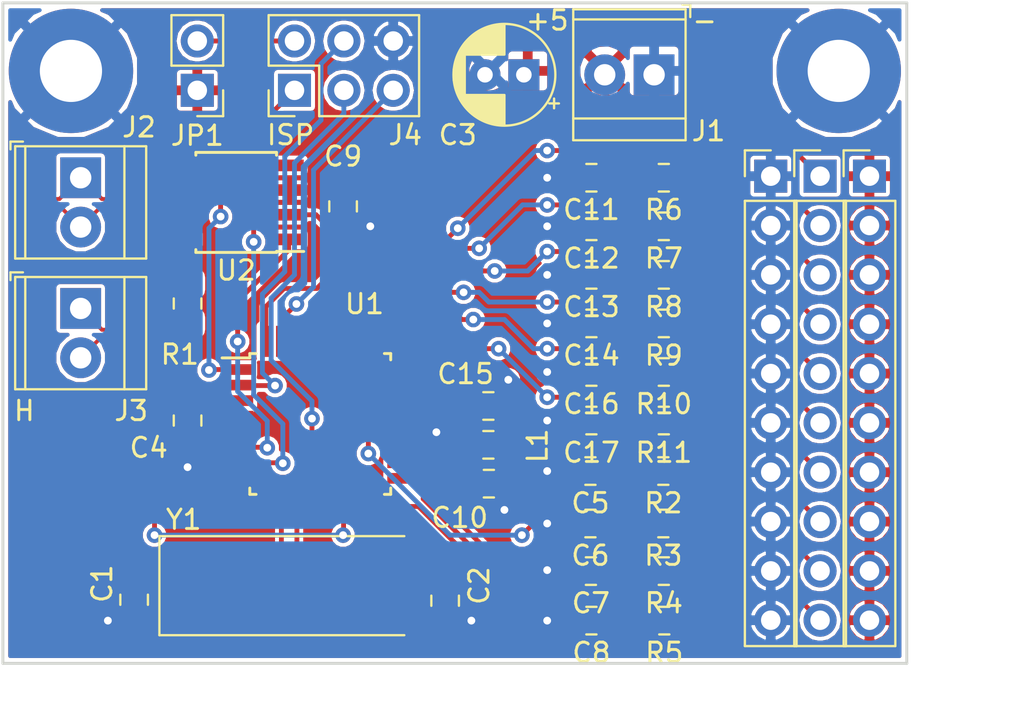
<source format=kicad_pcb>
(kicad_pcb (version 20171130) (host pcbnew 5.0.2+dfsg1-1)
  (layers (0 F.Cu signal) (31 B.Cu signal) (34 B.Paste user) (35 F.Paste user) (36 B.SilkS user) (37 F.SilkS user) (38 B.Mask user) (39 F.Mask user) (44 Edge.Cuts user))
  (net 0 "")
  (net 1 "Net-(C1-Pad1)")
  (net 2 GND)
  (net 3 "Net-(C2-Pad2)")
  (net 4 VCC)
  (net 5 /ADC8)
  (net 6 /ADC9)
  (net 7 /ADC10)
  (net 8 /ADC5)
  (net 9 VAA)
  (net 10 /PCINT15)
  (net 11 /PCINT5)
  (net 12 /PCINT6)
  (net 13 /PCINT16)
  (net 14 /AREF)
  (net 15 /PCINT8)
  (net 16 /PCINT17)
  (net 17 /CAN_N)
  (net 18 /CAN_P)
  (net 19 /ISP_MISO)
  (net 20 "Net-(J4-Pad2)")
  (net 21 /ISP_SCK)
  (net 22 /ISP_MOSI)
  (net 23 /~ISP_RESET)
  (net 24 /AIN0)
  (net 25 /AIN1)
  (net 26 /AIN2)
  (net 27 /AIN3)
  (net 28 /DIN0)
  (net 29 /DIN1)
  (net 30 /DIN2)
  (net 31 /DIN3)
  (net 32 /DIN4)
  (net 33 /DIN5)
  (net 34 /CAN_HISPEED)
  (net 35 "Net-(R1-Pad1)")
  (net 36 /CAN_TXD)
  (net 37 /CAN_RXD)
  (module Capacitor_SMD:C_0805_2012Metric_Pad1.15x1.40mm_HandSolder (layer F.Cu) (at 129.75 92.725 270)
    (fp_text reference C1 (at -0.825 1.65 270) (layer F.SilkS))
    (fp_text value 22p)
    (pad 1 smd roundrect (at -1.025 0 270) (size 1.15 1.4) (layers F.Cu F.Paste F.Mask) (roundrect_rratio 0.217391) (net 1 "Net-(C1-Pad1)"))
    (pad 2 smd roundrect (at 1.025 0 270) (size 1.15 1.4) (layers F.Cu F.Paste F.Mask) (roundrect_rratio 0.217391) (net 2 GND))
  )
  (module Capacitor_SMD:C_0805_2012Metric_Pad1.15x1.40mm_HandSolder (layer F.Cu) (at 145.75 92.775 90)
    (fp_text reference C2 (at 0.775 1.75 90) (layer F.SilkS))
    (fp_text value 22p)
    (pad 1 smd roundrect (at -1.025 0 90) (size 1.15 1.4) (layers F.Cu F.Paste F.Mask) (roundrect_rratio 0.217391) (net 2 GND))
    (pad 2 smd roundrect (at 1.025 0 90) (size 1.15 1.4) (layers F.Cu F.Paste F.Mask) (roundrect_rratio 0.217391) (net 3 "Net-(C2-Pad2)"))
  )
  (module Capacitor_THT:CP_Radial_D5.0mm_P2.00mm (layer F.Cu) (at 149.8 65.7 180)
    (fp_text reference C3 (at 3.4 -3.1 180) (layer F.SilkS))
    (fp_text value 10u)
    (pad 1 thru_hole rect (at 0 0 180) (size 1.6 1.6) (drill 0.8) (layers *.Cu *.Mask) (net 4 VCC))
    (pad 2 thru_hole circle (at 2 0 180) (size 1.6 1.6) (drill 0.8) (layers *.Cu *.Mask) (net 2 GND))
  )
  (module Capacitor_SMD:C_0805_2012Metric_Pad1.15x1.40mm_HandSolder (layer F.Cu) (at 132.5 83.5 270)
    (fp_text reference C4 (at 1.4 2) (layer F.SilkS))
    (fp_text value 100n)
    (pad 1 smd roundrect (at -1.025 0 270) (size 1.15 1.4) (layers F.Cu F.Paste F.Mask) (roundrect_rratio 0.217391) (net 4 VCC))
    (pad 2 smd roundrect (at 1.025 0 270) (size 1.15 1.4) (layers F.Cu F.Paste F.Mask) (roundrect_rratio 0.217391) (net 2 GND))
  )
  (module Capacitor_SMD:C_0805_2012Metric_Pad1.15x1.40mm_HandSolder (layer F.Cu) (at 153.225 86.1 180)
    (fp_text reference C5 (at 0 -1.65 180) (layer F.SilkS))
    (fp_text value 10n)
    (pad 1 smd roundrect (at -1.025 0 180) (size 1.15 1.4) (layers F.Cu F.Paste F.Mask) (roundrect_rratio 0.217391) (net 7 /ADC10))
    (pad 2 smd roundrect (at 1.025 0 180) (size 1.15 1.4) (layers F.Cu F.Paste F.Mask) (roundrect_rratio 0.217391) (net 2 GND))
  )
  (module Capacitor_SMD:C_0805_2012Metric_Pad1.15x1.40mm_HandSolder (layer F.Cu) (at 153.225 88.8 180)
    (fp_text reference C6 (at 0 -1.65 180) (layer F.SilkS))
    (fp_text value 10n)
    (pad 1 smd roundrect (at -1.025 0 180) (size 1.15 1.4) (layers F.Cu F.Paste F.Mask) (roundrect_rratio 0.217391) (net 6 /ADC9))
    (pad 2 smd roundrect (at 1.025 0 180) (size 1.15 1.4) (layers F.Cu F.Paste F.Mask) (roundrect_rratio 0.217391) (net 2 GND))
  )
  (module Capacitor_SMD:C_0805_2012Metric_Pad1.15x1.40mm_HandSolder (layer F.Cu) (at 153.25 91.25 180)
    (fp_text reference C7 (at 0 -1.65 180) (layer F.SilkS))
    (fp_text value 10n)
    (pad 1 smd roundrect (at -1.025 0 180) (size 1.15 1.4) (layers F.Cu F.Paste F.Mask) (roundrect_rratio 0.217391) (net 5 /ADC8))
    (pad 2 smd roundrect (at 1.025 0 180) (size 1.15 1.4) (layers F.Cu F.Paste F.Mask) (roundrect_rratio 0.217391) (net 2 GND))
  )
  (module Capacitor_SMD:C_0805_2012Metric_Pad1.15x1.40mm_HandSolder (layer F.Cu) (at 153.275 93.8 180)
    (fp_text reference C8 (at 0 -1.65 180) (layer F.SilkS))
    (fp_text value 10n)
    (pad 2 smd roundrect (at 1.025 0 180) (size 1.15 1.4) (layers F.Cu F.Paste F.Mask) (roundrect_rratio 0.217391) (net 2 GND))
    (pad 1 smd roundrect (at -1.025 0 180) (size 1.15 1.4) (layers F.Cu F.Paste F.Mask) (roundrect_rratio 0.217391) (net 8 /ADC5))
  )
  (module Capacitor_SMD:C_0805_2012Metric_Pad1.15x1.40mm_HandSolder (layer F.Cu) (at 140.5 72.475 270)
    (fp_text reference C9 (at -2.575 0) (layer F.SilkS))
    (fp_text value 100n)
    (pad 2 smd roundrect (at 1.025 0 270) (size 1.15 1.4) (layers F.Cu F.Paste F.Mask) (roundrect_rratio 0.217391) (net 2 GND))
    (pad 1 smd roundrect (at -1.025 0 270) (size 1.15 1.4) (layers F.Cu F.Paste F.Mask) (roundrect_rratio 0.217391) (net 4 VCC))
  )
  (module Capacitor_SMD:C_0805_2012Metric_Pad1.15x1.40mm_HandSolder (layer F.Cu) (at 148 86.75)
    (fp_text reference C10 (at -1.5 1.75) (layer F.SilkS))
    (fp_text value 100n)
    (pad 1 smd roundrect (at -1.025 0) (size 1.15 1.4) (layers F.Cu F.Paste F.Mask) (roundrect_rratio 0.217391) (net 9 VAA))
    (pad 2 smd roundrect (at 1.025 0) (size 1.15 1.4) (layers F.Cu F.Paste F.Mask) (roundrect_rratio 0.217391) (net 2 GND))
  )
  (module Capacitor_SMD:C_0805_2012Metric_Pad1.15x1.40mm_HandSolder (layer F.Cu) (at 153.275 71 180)
    (fp_text reference C11 (at 0 -1.65 180) (layer F.SilkS))
    (fp_text value 10n)
    (pad 2 smd roundrect (at 1.025 0 180) (size 1.15 1.4) (layers F.Cu F.Paste F.Mask) (roundrect_rratio 0.217391) (net 2 GND))
    (pad 1 smd roundrect (at -1.025 0 180) (size 1.15 1.4) (layers F.Cu F.Paste F.Mask) (roundrect_rratio 0.217391) (net 16 /PCINT17))
  )
  (module Capacitor_SMD:C_0805_2012Metric_Pad1.15x1.40mm_HandSolder (layer F.Cu) (at 153.275 73.5 180)
    (fp_text reference C12 (at 0 -1.65 180) (layer F.SilkS))
    (fp_text value 10n)
    (pad 2 smd roundrect (at 1.025 0 180) (size 1.15 1.4) (layers F.Cu F.Paste F.Mask) (roundrect_rratio 0.217391) (net 2 GND))
    (pad 1 smd roundrect (at -1.025 0 180) (size 1.15 1.4) (layers F.Cu F.Paste F.Mask) (roundrect_rratio 0.217391) (net 15 /PCINT8))
  )
  (module Capacitor_SMD:C_0805_2012Metric_Pad1.15x1.40mm_HandSolder (layer F.Cu) (at 153.275 76 180)
    (fp_text reference C13 (at 0 -1.65 180) (layer F.SilkS))
    (fp_text value 10n)
    (pad 2 smd roundrect (at 1.025 0 180) (size 1.15 1.4) (layers F.Cu F.Paste F.Mask) (roundrect_rratio 0.217391) (net 2 GND))
    (pad 1 smd roundrect (at -1.025 0 180) (size 1.15 1.4) (layers F.Cu F.Paste F.Mask) (roundrect_rratio 0.217391) (net 13 /PCINT16))
  )
  (module Capacitor_SMD:C_0805_2012Metric_Pad1.15x1.40mm_HandSolder (layer F.Cu) (at 153.275 78.5 180)
    (fp_text reference C14 (at 0 -1.65 180) (layer F.SilkS))
    (fp_text value 10n)
    (pad 2 smd roundrect (at 1.025 0 180) (size 1.15 1.4) (layers F.Cu F.Paste F.Mask) (roundrect_rratio 0.217391) (net 2 GND))
    (pad 1 smd roundrect (at -1.025 0 180) (size 1.15 1.4) (layers F.Cu F.Paste F.Mask) (roundrect_rratio 0.217391) (net 12 /PCINT6))
  )
  (module Capacitor_SMD:C_0805_2012Metric_Pad1.15x1.40mm_HandSolder (layer F.Cu) (at 147.975 82.75)
    (fp_text reference C15 (at -1.175 -1.65) (layer F.SilkS))
    (fp_text value 100n/0R)
    (pad 1 smd roundrect (at -1.025 0) (size 1.15 1.4) (layers F.Cu F.Paste F.Mask) (roundrect_rratio 0.217391) (net 14 /AREF))
    (pad 2 smd roundrect (at 1.025 0) (size 1.15 1.4) (layers F.Cu F.Paste F.Mask) (roundrect_rratio 0.217391) (net 2 GND))
  )
  (module Capacitor_SMD:C_0805_2012Metric_Pad1.15x1.40mm_HandSolder (layer F.Cu) (at 153.275 81 180)
    (fp_text reference C16 (at 0 -1.65 180) (layer F.SilkS))
    (fp_text value 10n)
    (pad 2 smd roundrect (at 1.025 0 180) (size 1.15 1.4) (layers F.Cu F.Paste F.Mask) (roundrect_rratio 0.217391) (net 2 GND))
    (pad 1 smd roundrect (at -1.025 0 180) (size 1.15 1.4) (layers F.Cu F.Paste F.Mask) (roundrect_rratio 0.217391) (net 11 /PCINT5))
  )
  (module Capacitor_SMD:C_0805_2012Metric_Pad1.15x1.40mm_HandSolder (layer F.Cu) (at 153.275 83.5 180)
    (fp_text reference C17 (at 0 -1.65 180) (layer F.SilkS))
    (fp_text value 10n)
    (pad 2 smd roundrect (at 1.025 0 180) (size 1.15 1.4) (layers F.Cu F.Paste F.Mask) (roundrect_rratio 0.217391) (net 2 GND))
    (pad 1 smd roundrect (at -1.025 0 180) (size 1.15 1.4) (layers F.Cu F.Paste F.Mask) (roundrect_rratio 0.217391) (net 10 /PCINT15))
  )
  (module TerminalBlock_TE-Connectivity:TerminalBlock_TE_282834-2_1x02_P2.54mm_Horizontal (layer F.Cu) (at 156.5 65.7 180)
    (fp_text reference J1 (at -2.8 -2.9 180) (layer F.SilkS))
    (fp_text value 5V)
    (pad 1 thru_hole rect (at 0 0 180) (size 2.1 2.1) (drill 1.1) (layers *.Cu *.Mask) (net 2 GND))
    (pad 2 thru_hole circle (at 2.54 0 180) (size 2.1 2.1) (drill 1.1) (layers *.Cu *.Mask) (net 4 VCC))
  )
  (module TerminalBlock_TE-Connectivity:TerminalBlock_TE_282834-2_1x02_P2.54mm_Horizontal (layer F.Cu) (at 127 71 270)
    (fp_text reference J2 (at -2.6 -3) (layer F.SilkS))
    (fp_text value "CAN IN")
    (pad 1 thru_hole rect (at 0 0 270) (size 2.1 2.1) (drill 1.1) (layers *.Cu *.Mask) (net 17 /CAN_N))
    (pad 2 thru_hole circle (at 2.54 0 270) (size 2.1 2.1) (drill 1.1) (layers *.Cu *.Mask) (net 18 /CAN_P))
  )
  (module TerminalBlock_TE-Connectivity:TerminalBlock_TE_282834-2_1x02_P2.54mm_Horizontal (layer F.Cu) (at 127 77.73 270)
    (fp_text reference J3 (at 5.27 -2.6) (layer F.SilkS))
    (fp_text value "CAN OUT")
    (pad 2 thru_hole circle (at 2.54 0 270) (size 2.1 2.1) (drill 1.1) (layers *.Cu *.Mask) (net 18 /CAN_P))
    (pad 1 thru_hole rect (at 0 0 270) (size 2.1 2.1) (drill 1.1) (layers *.Cu *.Mask) (net 17 /CAN_N))
  )
  (module Connector_PinHeader_2.54mm:PinHeader_2x03_P2.54mm_Vertical (layer F.Cu) (at 138 66.5 90)
    (fp_text reference J4 (at -2.3 5.7 180) (layer F.SilkS))
    (fp_text value AVR-ISP-6)
    (pad 1 thru_hole rect (at 0 0 90) (size 1.7 1.7) (drill 1) (layers *.Cu *.Mask) (net 19 /ISP_MISO))
    (pad 2 thru_hole oval (at 2.54 0 90) (size 1.7 1.7) (drill 1) (layers *.Cu *.Mask) (net 20 "Net-(J4-Pad2)"))
    (pad 3 thru_hole oval (at 0 2.54 90) (size 1.7 1.7) (drill 1) (layers *.Cu *.Mask) (net 21 /ISP_SCK))
    (pad 4 thru_hole oval (at 2.54 2.54 90) (size 1.7 1.7) (drill 1) (layers *.Cu *.Mask) (net 22 /ISP_MOSI))
    (pad 5 thru_hole oval (at 0 5.08 90) (size 1.7 1.7) (drill 1) (layers *.Cu *.Mask) (net 23 /~ISP_RESET))
    (pad 6 thru_hole oval (at 2.54 5.08 90) (size 1.7 1.7) (drill 1) (layers *.Cu *.Mask) (net 2 GND))
  )
  (module Connector_PinHeader_2.54mm:PinHeader_1x02_P2.54mm_Vertical (layer F.Cu) (at 133 66.5 180)
    (fp_text reference JP1 (at 0 -2.33 180) (layer F.SilkS))
    (fp_text value "ISP POWER")
    (pad 1 thru_hole rect (at 0 0 180) (size 1.7 1.7) (drill 1) (layers *.Cu *.Mask) (net 4 VCC))
    (pad 2 thru_hole oval (at 0 2.54 180) (size 1.7 1.7) (drill 1) (layers *.Cu *.Mask) (net 20 "Net-(J4-Pad2)"))
  )
  (module Inductor_SMD:L_0805_2012Metric_Pad1.15x1.40mm_HandSolder (layer F.Cu) (at 147.975 84.75 180)
    (fp_text reference L1 (at -2.525 -0.05 270) (layer F.SilkS))
    (fp_text value 10u)
    (pad 1 smd roundrect (at -1.025 0 180) (size 1.15 1.4) (layers F.Cu F.Paste F.Mask) (roundrect_rratio 0.217391) (net 4 VCC))
    (pad 2 smd roundrect (at 1.025 0 180) (size 1.15 1.4) (layers F.Cu F.Paste F.Mask) (roundrect_rratio 0.217391) (net 9 VAA))
  )
  (module Resistor_SMD:R_0805_2012Metric_Pad1.15x1.40mm_HandSolder (layer F.Cu) (at 132.5 77.475 270)
    (fp_text reference R1 (at 2.625 0.4) (layer F.SilkS))
    (fp_text value 0)
    (pad 2 smd roundrect (at 1.025 0 270) (size 1.15 1.4) (layers F.Cu F.Paste F.Mask) (roundrect_rratio 0.217391) (net 34 /CAN_HISPEED))
    (pad 1 smd roundrect (at -1.025 0 270) (size 1.15 1.4) (layers F.Cu F.Paste F.Mask) (roundrect_rratio 0.217391) (net 35 "Net-(R1-Pad1)"))
  )
  (module Resistor_SMD:R_0805_2012Metric_Pad1.15x1.40mm_HandSolder (layer F.Cu) (at 156.975 86.1 180)
    (fp_text reference R2 (at 0 -1.65 180) (layer F.SilkS))
    (fp_text value 0)
    (pad 2 smd roundrect (at 1.025 0 180) (size 1.15 1.4) (layers F.Cu F.Paste F.Mask) (roundrect_rratio 0.217391) (net 7 /ADC10))
    (pad 1 smd roundrect (at -1.025 0 180) (size 1.15 1.4) (layers F.Cu F.Paste F.Mask) (roundrect_rratio 0.217391) (net 24 /AIN0))
  )
  (module Resistor_SMD:R_0805_2012Metric_Pad1.15x1.40mm_HandSolder (layer F.Cu) (at 156.975 88.8 180)
    (fp_text reference R3 (at 0 -1.65 180) (layer F.SilkS))
    (fp_text value 0)
    (pad 2 smd roundrect (at 1.025 0 180) (size 1.15 1.4) (layers F.Cu F.Paste F.Mask) (roundrect_rratio 0.217391) (net 6 /ADC9))
    (pad 1 smd roundrect (at -1.025 0 180) (size 1.15 1.4) (layers F.Cu F.Paste F.Mask) (roundrect_rratio 0.217391) (net 25 /AIN1))
  )
  (module Resistor_SMD:R_0805_2012Metric_Pad1.15x1.40mm_HandSolder (layer F.Cu) (at 157 91.25 180)
    (fp_text reference R4 (at 0 -1.65 180) (layer F.SilkS))
    (fp_text value 0)
    (pad 1 smd roundrect (at -1.025 0 180) (size 1.15 1.4) (layers F.Cu F.Paste F.Mask) (roundrect_rratio 0.217391) (net 26 /AIN2))
    (pad 2 smd roundrect (at 1.025 0 180) (size 1.15 1.4) (layers F.Cu F.Paste F.Mask) (roundrect_rratio 0.217391) (net 5 /ADC8))
  )
  (module Resistor_SMD:R_0805_2012Metric_Pad1.15x1.40mm_HandSolder (layer F.Cu) (at 157.025 93.8 180)
    (fp_text reference R5 (at 0 -1.65 180) (layer F.SilkS))
    (fp_text value 0)
    (pad 1 smd roundrect (at -1.025 0 180) (size 1.15 1.4) (layers F.Cu F.Paste F.Mask) (roundrect_rratio 0.217391) (net 27 /AIN3))
    (pad 2 smd roundrect (at 1.025 0 180) (size 1.15 1.4) (layers F.Cu F.Paste F.Mask) (roundrect_rratio 0.217391) (net 8 /ADC5))
  )
  (module Resistor_SMD:R_0805_2012Metric_Pad1.15x1.40mm_HandSolder (layer F.Cu) (at 157 71 180)
    (fp_text reference R6 (at 0 -1.65 180) (layer F.SilkS))
    (fp_text value 0)
    (pad 1 smd roundrect (at -1.025 0 180) (size 1.15 1.4) (layers F.Cu F.Paste F.Mask) (roundrect_rratio 0.217391) (net 28 /DIN0))
    (pad 2 smd roundrect (at 1.025 0 180) (size 1.15 1.4) (layers F.Cu F.Paste F.Mask) (roundrect_rratio 0.217391) (net 16 /PCINT17))
  )
  (module Resistor_SMD:R_0805_2012Metric_Pad1.15x1.40mm_HandSolder (layer F.Cu) (at 157 73.5 180)
    (fp_text reference R7 (at 0 -1.65 180) (layer F.SilkS))
    (fp_text value 0)
    (pad 1 smd roundrect (at -1.025 0 180) (size 1.15 1.4) (layers F.Cu F.Paste F.Mask) (roundrect_rratio 0.217391) (net 29 /DIN1))
    (pad 2 smd roundrect (at 1.025 0 180) (size 1.15 1.4) (layers F.Cu F.Paste F.Mask) (roundrect_rratio 0.217391) (net 15 /PCINT8))
  )
  (module Resistor_SMD:R_0805_2012Metric_Pad1.15x1.40mm_HandSolder (layer F.Cu) (at 157 76 180)
    (fp_text reference R8 (at 0 -1.65 180) (layer F.SilkS))
    (fp_text value 0)
    (pad 1 smd roundrect (at -1.025 0 180) (size 1.15 1.4) (layers F.Cu F.Paste F.Mask) (roundrect_rratio 0.217391) (net 30 /DIN2))
    (pad 2 smd roundrect (at 1.025 0 180) (size 1.15 1.4) (layers F.Cu F.Paste F.Mask) (roundrect_rratio 0.217391) (net 13 /PCINT16))
  )
  (module Resistor_SMD:R_0805_2012Metric_Pad1.15x1.40mm_HandSolder (layer F.Cu) (at 157 78.5 180)
    (fp_text reference R9 (at 0 -1.65 180) (layer F.SilkS))
    (fp_text value 0)
    (pad 2 smd roundrect (at 1.025 0 180) (size 1.15 1.4) (layers F.Cu F.Paste F.Mask) (roundrect_rratio 0.217391) (net 12 /PCINT6))
    (pad 1 smd roundrect (at -1.025 0 180) (size 1.15 1.4) (layers F.Cu F.Paste F.Mask) (roundrect_rratio 0.217391) (net 31 /DIN3))
  )
  (module Resistor_SMD:R_0805_2012Metric_Pad1.15x1.40mm_HandSolder (layer F.Cu) (at 157 81 180)
    (fp_text reference R10 (at 0 -1.65 180) (layer F.SilkS))
    (fp_text value 0)
    (pad 2 smd roundrect (at 1.025 0 180) (size 1.15 1.4) (layers F.Cu F.Paste F.Mask) (roundrect_rratio 0.217391) (net 11 /PCINT5))
    (pad 1 smd roundrect (at -1.025 0 180) (size 1.15 1.4) (layers F.Cu F.Paste F.Mask) (roundrect_rratio 0.217391) (net 32 /DIN4))
  )
  (module Resistor_SMD:R_0805_2012Metric_Pad1.15x1.40mm_HandSolder (layer F.Cu) (at 157 83.5 180)
    (fp_text reference R11 (at 0 -1.65 180) (layer F.SilkS))
    (fp_text value 0)
    (pad 1 smd roundrect (at -1.025 0 180) (size 1.15 1.4) (layers F.Cu F.Paste F.Mask) (roundrect_rratio 0.217391) (net 33 /DIN5))
    (pad 2 smd roundrect (at 1.025 0 180) (size 1.15 1.4) (layers F.Cu F.Paste F.Mask) (roundrect_rratio 0.217391) (net 10 /PCINT15))
  )
  (module Package_QFP:TQFP-32_7x7mm_P0.8mm (layer F.Cu) (at 139.325001 83.675001)
    (fp_text reference U1 (at 2.274999 -6.175001) (layer F.SilkS))
    (fp_text value ATmega32M1-AU)
    (pad 1 smd rect (at -4.25 -2.8) (size 1.6 0.55) (layers F.Cu F.Paste F.Mask) (net 19 /ISP_MISO))
    (pad 2 smd rect (at -4.25 -2) (size 1.6 0.55) (layers F.Cu F.Paste F.Mask) (net 22 /ISP_MOSI))
    (pad 3 smd rect (at -4.25 -1.2) (size 1.6 0.55) (layers F.Cu F.Paste F.Mask))
    (pad 4 smd rect (at -4.25 -0.4) (size 1.6 0.55) (layers F.Cu F.Paste F.Mask) (net 4 VCC))
    (pad 5 smd rect (at -4.25 0.4) (size 1.6 0.55) (layers F.Cu F.Paste F.Mask) (net 2 GND))
    (pad 6 smd rect (at -4.25 1.2) (size 1.6 0.55) (layers F.Cu F.Paste F.Mask) (net 36 /CAN_TXD))
    (pad 7 smd rect (at -4.25 2) (size 1.6 0.55) (layers F.Cu F.Paste F.Mask) (net 37 /CAN_RXD))
    (pad 8 smd rect (at -4.25 2.8) (size 1.6 0.55) (layers F.Cu F.Paste F.Mask))
    (pad 9 smd rect (at -2.8 4.25 90) (size 1.6 0.55) (layers F.Cu F.Paste F.Mask))
    (pad 10 smd rect (at -2 4.25 90) (size 1.6 0.55) (layers F.Cu F.Paste F.Mask) (net 1 "Net-(C1-Pad1)"))
    (pad 11 smd rect (at -1.2 4.25 90) (size 1.6 0.55) (layers F.Cu F.Paste F.Mask) (net 3 "Net-(C2-Pad2)"))
    (pad 12 smd rect (at -0.4 4.25 90) (size 1.6 0.55) (layers F.Cu F.Paste F.Mask) (net 21 /ISP_SCK))
    (pad 13 smd rect (at 0.4 4.25 90) (size 1.6 0.55) (layers F.Cu F.Paste F.Mask))
    (pad 14 smd rect (at 1.2 4.25 90) (size 1.6 0.55) (layers F.Cu F.Paste F.Mask) (net 34 /CAN_HISPEED))
    (pad 15 smd rect (at 2 4.25 90) (size 1.6 0.55) (layers F.Cu F.Paste F.Mask))
    (pad 16 smd rect (at 2.8 4.25 90) (size 1.6 0.55) (layers F.Cu F.Paste F.Mask) (net 8 /ADC5))
    (pad 17 smd rect (at 4.25 2.8) (size 1.6 0.55) (layers F.Cu F.Paste F.Mask) (net 5 /ADC8))
    (pad 18 smd rect (at 4.25 2) (size 1.6 0.55) (layers F.Cu F.Paste F.Mask) (net 6 /ADC9))
    (pad 19 smd rect (at 4.25 1.2) (size 1.6 0.55) (layers F.Cu F.Paste F.Mask) (net 9 VAA))
    (pad 20 smd rect (at 4.25 0.4) (size 1.6 0.55) (layers F.Cu F.Paste F.Mask) (net 2 GND))
    (pad 21 smd rect (at 4.25 -0.4) (size 1.6 0.55) (layers F.Cu F.Paste F.Mask) (net 14 /AREF))
    (pad 22 smd rect (at 4.25 -1.2) (size 1.6 0.55) (layers F.Cu F.Paste F.Mask) (net 7 /ADC10))
    (pad 23 smd rect (at 4.25 -2) (size 1.6 0.55) (layers F.Cu F.Paste F.Mask))
    (pad 24 smd rect (at 4.25 -2.8) (size 1.6 0.55) (layers F.Cu F.Paste F.Mask))
    (pad 25 smd rect (at 2.8 -4.25 90) (size 1.6 0.55) (layers F.Cu F.Paste F.Mask) (net 10 /PCINT15))
    (pad 26 smd rect (at 2 -4.25 90) (size 1.6 0.55) (layers F.Cu F.Paste F.Mask) (net 11 /PCINT5))
    (pad 27 smd rect (at 1.2 -4.25 90) (size 1.6 0.55) (layers F.Cu F.Paste F.Mask) (net 12 /PCINT6))
    (pad 28 smd rect (at 0.4 -4.25 90) (size 1.6 0.55) (layers F.Cu F.Paste F.Mask))
    (pad 29 smd rect (at -0.4 -4.25 90) (size 1.6 0.55) (layers F.Cu F.Paste F.Mask) (net 13 /PCINT16))
    (pad 30 smd rect (at -1.2 -4.25 90) (size 1.6 0.55) (layers F.Cu F.Paste F.Mask) (net 15 /PCINT8))
    (pad 31 smd rect (at -2 -4.25 90) (size 1.6 0.55) (layers F.Cu F.Paste F.Mask) (net 23 /~ISP_RESET))
    (pad 32 smd rect (at -2.8 -4.25 90) (size 1.6 0.55) (layers F.Cu F.Paste F.Mask) (net 16 /PCINT17))
  )
  (module Package_SO:SOIC-8_3.9x4.9mm_P1.27mm (layer F.Cu) (at 135 72.27 180)
    (fp_text reference U2 (at 0 -3.5 180) (layer F.SilkS))
    (fp_text value MCP2551-I-SN)
    (pad 1 smd rect (at -2.7 -1.905 180) (size 1.55 0.6) (layers F.Cu F.Paste F.Mask) (net 36 /CAN_TXD))
    (pad 2 smd rect (at -2.7 -0.635 180) (size 1.55 0.6) (layers F.Cu F.Paste F.Mask) (net 2 GND))
    (pad 3 smd rect (at -2.7 0.635 180) (size 1.55 0.6) (layers F.Cu F.Paste F.Mask) (net 4 VCC))
    (pad 4 smd rect (at -2.7 1.905 180) (size 1.55 0.6) (layers F.Cu F.Paste F.Mask) (net 37 /CAN_RXD))
    (pad 5 smd rect (at 2.7 1.905 180) (size 1.55 0.6) (layers F.Cu F.Paste F.Mask))
    (pad 6 smd rect (at 2.7 0.635 180) (size 1.55 0.6) (layers F.Cu F.Paste F.Mask) (net 17 /CAN_N))
    (pad 7 smd rect (at 2.7 -0.635 180) (size 1.55 0.6) (layers F.Cu F.Paste F.Mask) (net 18 /CAN_P))
    (pad 8 smd rect (at 2.7 -1.905 180) (size 1.55 0.6) (layers F.Cu F.Paste F.Mask) (net 35 "Net-(R1-Pad1)"))
  )
  (module Crystal:Crystal_SMD_HC49-SD (layer F.Cu) (at 137.75 92)
    (fp_text reference Y1 (at -5.45 -3.4) (layer F.SilkS))
    (fp_text value 16MHz)
    (pad 1 smd rect (at -4.25 0) (size 4.5 2) (layers F.Cu F.Paste F.Mask) (net 1 "Net-(C1-Pad1)"))
    (pad 2 smd rect (at 4.25 0) (size 4.5 2) (layers F.Cu F.Paste F.Mask) (net 3 "Net-(C2-Pad2)"))
  )
  (module Connector_PinHeader_2.54mm:PinHeader_1x10_P2.54mm_Vertical (layer F.Cu) (at 167.58 70.92)
    (fp_text reference J6 hide)
    (fp_text value "SENSOR VCC")
    (pad 1 thru_hole rect (at 0 0) (size 1.7 1.7) (drill 1) (layers *.Cu *.Mask) (net 4 VCC))
    (pad 2 thru_hole oval (at 0 2.54) (size 1.7 1.7) (drill 1) (layers *.Cu *.Mask) (net 4 VCC))
    (pad 3 thru_hole oval (at 0 5.08) (size 1.7 1.7) (drill 1) (layers *.Cu *.Mask) (net 4 VCC))
    (pad 4 thru_hole oval (at 0 7.62) (size 1.7 1.7) (drill 1) (layers *.Cu *.Mask) (net 4 VCC))
    (pad 5 thru_hole oval (at 0 10.16) (size 1.7 1.7) (drill 1) (layers *.Cu *.Mask) (net 4 VCC))
    (pad 6 thru_hole oval (at 0 12.7) (size 1.7 1.7) (drill 1) (layers *.Cu *.Mask) (net 4 VCC))
    (pad 7 thru_hole oval (at 0 15.24) (size 1.7 1.7) (drill 1) (layers *.Cu *.Mask) (net 4 VCC))
    (pad 8 thru_hole oval (at 0 17.78) (size 1.7 1.7) (drill 1) (layers *.Cu *.Mask) (net 4 VCC))
    (pad 9 thru_hole oval (at 0 20.32) (size 1.7 1.7) (drill 1) (layers *.Cu *.Mask) (net 4 VCC))
    (pad 10 thru_hole oval (at 0 22.86) (size 1.7 1.7) (drill 1) (layers *.Cu *.Mask) (net 4 VCC))
  )
  (module Connector_PinHeader_2.54mm:PinHeader_1x10_P2.54mm_Vertical (layer F.Cu) (at 165.04 70.92)
    (fp_text reference J5 hide)
    (fp_text value "SENSOR IN")
    (pad 10 thru_hole oval (at 0 22.86) (size 1.7 1.7) (drill 1) (layers *.Cu *.Mask) (net 27 /AIN3))
    (pad 9 thru_hole oval (at 0 20.32) (size 1.7 1.7) (drill 1) (layers *.Cu *.Mask) (net 26 /AIN2))
    (pad 8 thru_hole oval (at 0 17.78) (size 1.7 1.7) (drill 1) (layers *.Cu *.Mask) (net 25 /AIN1))
    (pad 7 thru_hole oval (at 0 15.24) (size 1.7 1.7) (drill 1) (layers *.Cu *.Mask) (net 24 /AIN0))
    (pad 6 thru_hole oval (at 0 12.7) (size 1.7 1.7) (drill 1) (layers *.Cu *.Mask) (net 33 /DIN5))
    (pad 5 thru_hole oval (at 0 10.16) (size 1.7 1.7) (drill 1) (layers *.Cu *.Mask) (net 32 /DIN4))
    (pad 4 thru_hole oval (at 0 7.62) (size 1.7 1.7) (drill 1) (layers *.Cu *.Mask) (net 31 /DIN3))
    (pad 3 thru_hole oval (at 0 5.08) (size 1.7 1.7) (drill 1) (layers *.Cu *.Mask) (net 30 /DIN2))
    (pad 2 thru_hole oval (at 0 2.54) (size 1.7 1.7) (drill 1) (layers *.Cu *.Mask) (net 29 /DIN1))
    (pad 1 thru_hole rect (at 0 0) (size 1.7 1.7) (drill 1) (layers *.Cu *.Mask) (net 28 /DIN0))
  )
  (module Connector_PinHeader_2.54mm:PinHeader_1x10_P2.54mm_Vertical (layer F.Cu) (at 162.5 70.92)
    (fp_text reference J7 hide)
    (fp_text value "SENSOR GND")
    (pad 1 thru_hole rect (at 0 0) (size 1.7 1.7) (drill 1) (layers *.Cu *.Mask) (net 2 GND))
    (pad 2 thru_hole oval (at 0 2.54) (size 1.7 1.7) (drill 1) (layers *.Cu *.Mask) (net 2 GND))
    (pad 3 thru_hole oval (at 0 5.08) (size 1.7 1.7) (drill 1) (layers *.Cu *.Mask) (net 2 GND))
    (pad 4 thru_hole oval (at 0 7.62) (size 1.7 1.7) (drill 1) (layers *.Cu *.Mask) (net 2 GND))
    (pad 5 thru_hole oval (at 0 10.16) (size 1.7 1.7) (drill 1) (layers *.Cu *.Mask) (net 2 GND))
    (pad 6 thru_hole oval (at 0 12.7) (size 1.7 1.7) (drill 1) (layers *.Cu *.Mask) (net 2 GND))
    (pad 7 thru_hole oval (at 0 15.24) (size 1.7 1.7) (drill 1) (layers *.Cu *.Mask) (net 2 GND))
    (pad 8 thru_hole oval (at 0 17.78) (size 1.7 1.7) (drill 1) (layers *.Cu *.Mask) (net 2 GND))
    (pad 9 thru_hole oval (at 0 20.32) (size 1.7 1.7) (drill 1) (layers *.Cu *.Mask) (net 2 GND))
    (pad 10 thru_hole oval (at 0 22.86) (size 1.7 1.7) (drill 1) (layers *.Cu *.Mask) (net 2 GND))
  )
  (module MountingHole:MountingHole_3.2mm_M3_Pad (layer F.Cu) (at 126.5 65.5)
    (fp_text reference H1 hide)
    (fp_text value NW)
    (pad 1 thru_hole circle (at 0 0) (size 6.4 6.4) (drill 3.2) (layers *.Cu *.Mask) (net 2 GND))
  )
  (module MountingHole:MountingHole_3.2mm_M3_Pad (layer F.Cu) (at 166 65.5)
    (fp_text reference H2 hide)
    (fp_text value NE)
    (pad 1 thru_hole circle (at 0 0) (size 6.4 6.4) (drill 3.2) (layers *.Cu *.Mask) (net 2 GND))
  )
  (gr_text H (at 124.1 83) (layer F.SilkS) (effects (font (size 1 1))))
  (gr_text ISP (at 137.8 68.8) (layer F.SilkS) (effects (font (size 1 1))))
  (gr_text +5 (at 151 62.9) (layer F.SilkS) (effects (font (size 1 1))))
  (gr_text - (at 159.1 62.9) (layer F.SilkS) (effects (font (size 1 1))))
  (gr_line (start 123 62) (end 169.5 62) (layer Edge.Cuts) (width 0.15))
  (gr_line (start 123 96) (end 123 62) (layer Edge.Cuts) (width 0.15))
  (gr_line (start 169.5 96) (end 123 96) (layer Edge.Cuts) (width 0.15))
  (gr_line (start 169.5 62) (end 169.5 96) (layer Edge.Cuts) (width 0.15))
  (segment (start 130.05 92) (end 129.75 91.7) (width 0.25) (layer F.Cu) (net 1))
  (segment (start 133.5 92) (end 130.05 92) (width 0.25) (layer F.Cu) (net 1))
  (segment (start 137.325001 88.975001) (end 137.325001 87.925001) (width 0.25) (layer F.Cu) (net 1))
  (segment (start 137.325001 90.674999) (end 137.325001 88.975001) (width 0.25) (layer F.Cu) (net 1))
  (segment (start 136 92) (end 137.325001 90.674999) (width 0.25) (layer F.Cu) (net 1))
  (segment (start 133.5 92) (end 136 92) (width 0.25) (layer F.Cu) (net 1))
  (via (at 151 71) (size 0.8) (drill 0.4) (layers F.Cu B.Cu) (net 2))
  (segment (start 152.25 71) (end 151 71) (width 0.25) (layer F.Cu) (net 2))
  (via (at 151 76) (size 0.8) (drill 0.4) (layers F.Cu B.Cu) (net 2))
  (segment (start 152.25 76) (end 151 76) (width 0.25) (layer F.Cu) (net 2))
  (via (at 151 78.5) (size 0.8) (drill 0.4) (layers F.Cu B.Cu) (net 2))
  (segment (start 152.25 78.5) (end 151 78.5) (width 0.25) (layer F.Cu) (net 2))
  (via (at 151 81) (size 0.8) (drill 0.4) (layers F.Cu B.Cu) (net 2))
  (segment (start 152.25 81) (end 151 81) (width 0.25) (layer F.Cu) (net 2))
  (via (at 151 83.5) (size 0.8) (drill 0.4) (layers F.Cu B.Cu) (net 2))
  (segment (start 152.25 83.5) (end 151 83.5) (width 0.25) (layer F.Cu) (net 2))
  (via (at 151 86.1) (size 0.8) (drill 0.4) (layers F.Cu B.Cu) (net 2))
  (segment (start 152.2 86.1) (end 151 86.1) (width 0.25) (layer F.Cu) (net 2))
  (via (at 151 88.8) (size 0.8) (drill 0.4) (layers F.Cu B.Cu) (net 2))
  (segment (start 152.2 88.8) (end 151 88.8) (width 0.25) (layer F.Cu) (net 2))
  (segment (start 152.225 91.25) (end 151.05 91.25) (width 0.25) (layer F.Cu) (net 2))
  (via (at 151 91.2) (size 0.8) (drill 0.4) (layers F.Cu B.Cu) (net 2))
  (segment (start 151.05 91.25) (end 151 91.2) (width 0.25) (layer F.Cu) (net 2))
  (via (at 151 93.8) (size 0.8) (drill 0.4) (layers F.Cu B.Cu) (net 2))
  (segment (start 152.25 93.8) (end 151 93.8) (width 0.25) (layer F.Cu) (net 2))
  (via (at 147.1 93.8) (size 0.8) (drill 0.4) (layers F.Cu B.Cu) (net 2))
  (segment (start 145.75 93.8) (end 147.1 93.8) (width 0.25) (layer F.Cu) (net 2))
  (via (at 128.4 93.8) (size 0.8) (drill 0.4) (layers F.Cu B.Cu) (net 2))
  (segment (start 129.75 93.75) (end 128.45 93.75) (width 0.25) (layer F.Cu) (net 2))
  (segment (start 128.45 93.75) (end 128.4 93.8) (width 0.25) (layer F.Cu) (net 2))
  (segment (start 132.949999 84.075001) (end 132.5 84.525) (width 0.25) (layer F.Cu) (net 2))
  (segment (start 135.075001 84.075001) (end 132.949999 84.075001) (width 0.25) (layer F.Cu) (net 2))
  (via (at 141.9 73.5) (size 0.8) (drill 0.4) (layers F.Cu B.Cu) (net 2))
  (segment (start 140.5 73.5) (end 141.9 73.5) (width 0.25) (layer F.Cu) (net 2))
  (via (at 149 81.4) (size 0.8) (drill 0.4) (layers F.Cu B.Cu) (net 2))
  (segment (start 149 82.75) (end 149 81.4) (width 0.25) (layer F.Cu) (net 2))
  (via (at 132.5 85.9) (size 0.8) (drill 0.4) (layers F.Cu B.Cu) (net 2))
  (segment (start 132.5 84.525) (end 132.5 85.9) (width 0.25) (layer F.Cu) (net 2))
  (segment (start 143.575001 84.075001) (end 145.275001 84.075001) (width 0.25) (layer F.Cu) (net 2))
  (via (at 145.3 84.1) (size 0.8) (drill 0.4) (layers F.Cu B.Cu) (net 2))
  (segment (start 145.275001 84.075001) (end 145.3 84.1) (width 0.25) (layer F.Cu) (net 2))
  (segment (start 139.105 72.905) (end 139 72.905) (width 0.25) (layer F.Cu) (net 2))
  (segment (start 139.7 73.5) (end 139.105 72.905) (width 0.25) (layer F.Cu) (net 2))
  (segment (start 140.5 73.5) (end 139.7 73.5) (width 0.25) (layer F.Cu) (net 2))
  (segment (start 137.7 72.905) (end 139 72.905) (width 0.25) (layer F.Cu) (net 2))
  (via (at 151 73.5) (size 0.8) (drill 0.4) (layers F.Cu B.Cu) (net 2))
  (segment (start 152.25 73.5) (end 151 73.5) (width 0.25) (layer F.Cu) (net 2))
  (via (at 148.8 88.1) (size 0.8) (drill 0.4) (layers F.Cu B.Cu) (net 2))
  (segment (start 148.8 86.975) (end 149.025 86.75) (width 0.25) (layer F.Cu) (net 2))
  (segment (start 148.8 88.1) (end 148.8 86.975) (width 0.25) (layer F.Cu) (net 2))
  (segment (start 145.5 92) (end 145.75 91.75) (width 0.25) (layer F.Cu) (net 3))
  (segment (start 142 92) (end 145.5 92) (width 0.25) (layer F.Cu) (net 3))
  (segment (start 138.125001 90.625001) (end 139.5 92) (width 0.25) (layer F.Cu) (net 3))
  (segment (start 139.5 92) (end 142 92) (width 0.25) (layer F.Cu) (net 3))
  (segment (start 138.125001 87.925001) (end 138.125001 90.625001) (width 0.25) (layer F.Cu) (net 3))
  (segment (start 155.975 91.25) (end 154.275 91.25) (width 0.25) (layer F.Cu) (net 5))
  (segment (start 154.275 91.25) (end 153.225 92.3) (width 0.25) (layer F.Cu) (net 5))
  (segment (start 144.625001 87.000001) (end 144.100001 86.475001) (width 0.25) (layer F.Cu) (net 5))
  (segment (start 144.625001 87.534416) (end 144.625001 87.000001) (width 0.25) (layer F.Cu) (net 5))
  (segment (start 144.100001 86.475001) (end 143.575001 86.475001) (width 0.25) (layer F.Cu) (net 5))
  (segment (start 151.03641 92.3) (end 149.345825 90.609415) (width 0.25) (layer F.Cu) (net 5))
  (segment (start 147.7 90.609415) (end 144.625001 87.534416) (width 0.25) (layer F.Cu) (net 5))
  (segment (start 149.345825 90.609415) (end 147.7 90.609415) (width 0.25) (layer F.Cu) (net 5))
  (segment (start 153.225 92.3) (end 151.03641 92.3) (width 0.25) (layer F.Cu) (net 5))
  (segment (start 155.95 88.8) (end 154.25 88.8) (width 0.25) (layer F.Cu) (net 6))
  (segment (start 145.3 87.573004) (end 145.3 86.35) (width 0.25) (layer F.Cu) (net 6))
  (segment (start 145.3 86.35) (end 144.625001 85.675001) (width 0.25) (layer F.Cu) (net 6))
  (segment (start 152.924998 90.125002) (end 147.851998 90.125002) (width 0.25) (layer F.Cu) (net 6))
  (segment (start 154.25 88.8) (end 152.924998 90.125002) (width 0.25) (layer F.Cu) (net 6))
  (segment (start 144.625001 85.675001) (end 143.575001 85.675001) (width 0.25) (layer F.Cu) (net 6))
  (segment (start 147.851998 90.125002) (end 145.3 87.573004) (width 0.25) (layer F.Cu) (net 6))
  (segment (start 155.95 86.1) (end 154.25 86.1) (width 0.25) (layer F.Cu) (net 7))
  (via (at 141.8 85.2) (size 0.8) (drill 0.4) (layers F.Cu B.Cu) (net 7))
  (via (at 149.7 89.4) (size 0.8) (drill 0.4) (layers F.Cu B.Cu) (net 7))
  (segment (start 141.8 85.2) (end 141.8 83.200002) (width 0.25) (layer F.Cu) (net 7))
  (segment (start 141.8 83.200002) (end 142.525001 82.475001) (width 0.25) (layer F.Cu) (net 7))
  (segment (start 142.525001 82.475001) (end 143.575001 82.475001) (width 0.25) (layer F.Cu) (net 7))
  (segment (start 146 89.4) (end 149.7 89.4) (width 0.25) (layer B.Cu) (net 7))
  (segment (start 141.8 85.2) (end 146 89.4) (width 0.25) (layer B.Cu) (net 7))
  (segment (start 151.1 87.4) (end 152.95 87.4) (width 0.25) (layer F.Cu) (net 7))
  (segment (start 150.2 88.3) (end 151.1 87.4) (width 0.25) (layer F.Cu) (net 7))
  (segment (start 152.95 87.4) (end 154.25 86.1) (width 0.25) (layer F.Cu) (net 7))
  (segment (start 150.2 88.9) (end 150.2 88.3) (width 0.25) (layer F.Cu) (net 7))
  (segment (start 149.7 89.4) (end 150.2 88.9) (width 0.25) (layer F.Cu) (net 7))
  (segment (start 156 93.8) (end 154.3 93.8) (width 0.25) (layer F.Cu) (net 8))
  (segment (start 153.1 95) (end 154.3 93.8) (width 0.25) (layer F.Cu) (net 8))
  (segment (start 150.9 95) (end 153.1 95) (width 0.25) (layer F.Cu) (net 8))
  (segment (start 142.125001 87.925001) (end 144.379175 87.925001) (width 0.25) (layer F.Cu) (net 8))
  (segment (start 150.2 92.1) (end 150.2 94.3) (width 0.25) (layer F.Cu) (net 8))
  (segment (start 144.379175 87.925001) (end 147.554174 91.1) (width 0.25) (layer F.Cu) (net 8))
  (segment (start 147.554174 91.1) (end 149.2 91.1) (width 0.25) (layer F.Cu) (net 8))
  (segment (start 149.2 91.1) (end 150.2 92.1) (width 0.25) (layer F.Cu) (net 8))
  (segment (start 150.2 94.3) (end 150.9 95) (width 0.25) (layer F.Cu) (net 8))
  (segment (start 146.824999 84.875001) (end 146.95 84.75) (width 0.25) (layer F.Cu) (net 9))
  (segment (start 143.575001 84.875001) (end 146.824999 84.875001) (width 0.25) (layer F.Cu) (net 9))
  (segment (start 146.95 86.725) (end 146.975 86.75) (width 0.25) (layer F.Cu) (net 9))
  (segment (start 146.95 84.75) (end 146.95 86.725) (width 0.25) (layer F.Cu) (net 9))
  (segment (start 155.975 71) (end 154.3 71) (width 0.25) (layer F.Cu) (net 16))
  (segment (start 155.975 73.5) (end 154.3 73.5) (width 0.25) (layer F.Cu) (net 15))
  (segment (start 155.975 76) (end 154.3 76) (width 0.25) (layer F.Cu) (net 13))
  (segment (start 155.975 78.5) (end 154.3 78.5) (width 0.25) (layer F.Cu) (net 12))
  (segment (start 146.424999 83.275001) (end 146.95 82.75) (width 0.25) (layer F.Cu) (net 14))
  (segment (start 143.575001 83.275001) (end 146.424999 83.275001) (width 0.25) (layer F.Cu) (net 14))
  (segment (start 155.975 81) (end 154.3 81) (width 0.25) (layer F.Cu) (net 11))
  (segment (start 155.975 83.5) (end 154.3 83.5) (width 0.25) (layer F.Cu) (net 10))
  (via (at 151 82.3) (size 0.8) (drill 0.4) (layers F.Cu B.Cu) (net 10))
  (segment (start 154.3 83.5) (end 153.1 82.3) (width 0.25) (layer F.Cu) (net 10))
  (segment (start 153.1 82.3) (end 151 82.3) (width 0.25) (layer F.Cu) (net 10))
  (via (at 151 69.6) (size 0.8) (drill 0.4) (layers F.Cu B.Cu) (net 16))
  (segment (start 154.3 71) (end 152.9 69.6) (width 0.25) (layer F.Cu) (net 16))
  (segment (start 152.9 69.6) (end 151 69.6) (width 0.25) (layer F.Cu) (net 16))
  (via (at 148.5 79.8) (size 0.8) (drill 0.4) (layers F.Cu B.Cu) (net 10))
  (segment (start 151 82.3) (end 148.5 79.8) (width 0.25) (layer B.Cu) (net 10))
  (segment (start 142.125001 79.425001) (end 142.125001 78.574999) (width 0.25) (layer F.Cu) (net 10))
  (segment (start 142.125001 78.574999) (end 142.6 78.1) (width 0.25) (layer F.Cu) (net 10))
  (segment (start 145.7 78.1) (end 147.4 79.8) (width 0.25) (layer F.Cu) (net 10))
  (segment (start 142.6 78.1) (end 145.7 78.1) (width 0.25) (layer F.Cu) (net 10))
  (segment (start 148.5 79.8) (end 147.4 79.8) (width 0.25) (layer F.Cu) (net 10))
  (via (at 151 79.8) (size 0.8) (drill 0.4) (layers F.Cu B.Cu) (net 11))
  (segment (start 154.3 81) (end 153.1 79.8) (width 0.25) (layer F.Cu) (net 11))
  (segment (start 153.1 79.8) (end 151 79.8) (width 0.25) (layer F.Cu) (net 11))
  (via (at 147.2 78.3) (size 0.8) (drill 0.4) (layers F.Cu B.Cu) (net 11))
  (segment (start 146.6 78.3) (end 147.2 78.3) (width 0.25) (layer F.Cu) (net 11))
  (segment (start 145.8 77.5) (end 146.6 78.3) (width 0.25) (layer F.Cu) (net 11))
  (segment (start 141.325001 78.375001) (end 142.200002 77.5) (width 0.25) (layer F.Cu) (net 11))
  (segment (start 142.200002 77.5) (end 145.8 77.5) (width 0.25) (layer F.Cu) (net 11))
  (segment (start 141.325001 79.425001) (end 141.325001 78.375001) (width 0.25) (layer F.Cu) (net 11))
  (segment (start 150.3 79.8) (end 151 79.8) (width 0.25) (layer B.Cu) (net 11))
  (segment (start 148.8 78.3) (end 150.3 79.8) (width 0.25) (layer B.Cu) (net 11))
  (segment (start 147.2 78.3) (end 148.8 78.3) (width 0.25) (layer B.Cu) (net 11))
  (via (at 151 77.4) (size 0.8) (drill 0.4) (layers F.Cu B.Cu) (net 12))
  (segment (start 154.3 78.5) (end 153.2 77.4) (width 0.25) (layer F.Cu) (net 12))
  (segment (start 153.2 77.4) (end 151 77.4) (width 0.25) (layer F.Cu) (net 12))
  (via (at 146.7 76.9) (size 0.8) (drill 0.4) (layers F.Cu B.Cu) (net 12))
  (segment (start 140.525001 78.375001) (end 140.525001 79.425001) (width 0.25) (layer F.Cu) (net 12))
  (segment (start 142.000002 76.9) (end 140.525001 78.375001) (width 0.25) (layer F.Cu) (net 12))
  (segment (start 146.7 76.9) (end 142.000002 76.9) (width 0.25) (layer F.Cu) (net 12))
  (segment (start 147.5 76.9) (end 148 77.4) (width 0.25) (layer B.Cu) (net 12))
  (segment (start 148 77.4) (end 151 77.4) (width 0.25) (layer B.Cu) (net 12))
  (segment (start 146.7 76.9) (end 147.5 76.9) (width 0.25) (layer B.Cu) (net 12))
  (via (at 151 74.8) (size 0.8) (drill 0.4) (layers F.Cu B.Cu) (net 13))
  (segment (start 150 75.8) (end 148.3 75.8) (width 0.25) (layer B.Cu) (net 13))
  (via (at 148.3 75.8) (size 0.8) (drill 0.4) (layers F.Cu B.Cu) (net 13))
  (segment (start 151 74.8) (end 150 75.8) (width 0.25) (layer B.Cu) (net 13))
  (segment (start 153.1 74.8) (end 151 74.8) (width 0.25) (layer F.Cu) (net 13))
  (segment (start 154.3 76) (end 153.1 74.8) (width 0.25) (layer F.Cu) (net 13))
  (segment (start 138.925001 79.425001) (end 138.925001 78.384411) (width 0.25) (layer F.Cu) (net 13))
  (segment (start 147.734315 75.8) (end 148.3 75.8) (width 0.25) (layer F.Cu) (net 13))
  (segment (start 145.949989 76.250011) (end 146.4 75.8) (width 0.25) (layer F.Cu) (net 13))
  (segment (start 141.059401 76.250011) (end 145.949989 76.250011) (width 0.25) (layer F.Cu) (net 13))
  (segment (start 138.925001 78.384411) (end 141.059401 76.250011) (width 0.25) (layer F.Cu) (net 13))
  (segment (start 146.4 75.8) (end 147.734315 75.8) (width 0.25) (layer F.Cu) (net 13))
  (via (at 151 72.4) (size 0.8) (drill 0.4) (layers F.Cu B.Cu) (net 15))
  (segment (start 154.3 73.5) (end 153.2 72.4) (width 0.25) (layer F.Cu) (net 15))
  (segment (start 153.2 72.4) (end 151 72.4) (width 0.25) (layer F.Cu) (net 15))
  (via (at 147.5 74.634315) (size 0.8) (drill 0.4) (layers F.Cu B.Cu) (net 15))
  (segment (start 145.434315 75.7) (end 140.973002 75.7) (width 0.25) (layer F.Cu) (net 15))
  (segment (start 147.5 74.634315) (end 146.5 74.634315) (width 0.25) (layer F.Cu) (net 15))
  (segment (start 146.5 74.634315) (end 145.434315 75.7) (width 0.25) (layer F.Cu) (net 15))
  (segment (start 140.973002 75.7) (end 138.125001 78.548001) (width 0.25) (layer F.Cu) (net 15))
  (segment (start 138.125001 78.548001) (end 138.125001 79.425001) (width 0.25) (layer F.Cu) (net 15))
  (segment (start 147.5 74.634315) (end 149.734315 72.4) (width 0.25) (layer B.Cu) (net 15))
  (segment (start 149.734315 72.4) (end 151 72.4) (width 0.25) (layer B.Cu) (net 15))
  (via (at 146.4 73.6) (size 0.8) (drill 0.4) (layers F.Cu B.Cu) (net 16))
  (segment (start 150.4 69.6) (end 151 69.6) (width 0.25) (layer B.Cu) (net 16))
  (segment (start 146.4 73.6) (end 150.4 69.6) (width 0.25) (layer B.Cu) (net 16))
  (segment (start 140.6 75.249989) (end 144.750011 75.249989) (width 0.25) (layer F.Cu) (net 16))
  (segment (start 139.149989 76.7) (end 140.6 75.249989) (width 0.25) (layer F.Cu) (net 16))
  (segment (start 137.463589 76.7) (end 139.149989 76.7) (width 0.25) (layer F.Cu) (net 16))
  (segment (start 136.525001 77.638588) (end 137.463589 76.7) (width 0.25) (layer F.Cu) (net 16))
  (segment (start 144.750011 75.249989) (end 146.4 73.6) (width 0.25) (layer F.Cu) (net 16))
  (segment (start 136.525001 79.425001) (end 136.525001 77.638588) (width 0.25) (layer F.Cu) (net 16))
  (segment (start 127 77.73) (end 128.095 78.825) (width 0.2) (layer F.Cu) (net 17))
  (segment (start 128.095 78.825) (end 128.727512 78.825) (width 0.2) (layer F.Cu) (net 17))
  (segment (start 128.095 72.095) (end 127 71) (width 0.2) (layer F.Cu) (net 17))
  (segment (start 132.3 71.635) (end 131.825 71.635) (width 0.2) (layer F.Cu) (net 17))
  (segment (start 131.825 71.635) (end 131.365 72.095) (width 0.2) (layer F.Cu) (net 17))
  (segment (start 131.365 72.095) (end 128.095 72.095) (width 0.2) (layer F.Cu) (net 17))
  (segment (start 128.427512 75.775) (end 129.225 76.572488) (width 0.2) (layer F.Cu) (net 17))
  (segment (start 125.227512 75.775) (end 128.427512 75.775) (width 0.2) (layer F.Cu) (net 17))
  (segment (start 127 71) (end 125.905 72.095) (width 0.2) (layer F.Cu) (net 17))
  (segment (start 125.905 72.095) (end 125.257512 72.095) (width 0.2) (layer F.Cu) (net 17))
  (segment (start 125.257512 72.095) (end 124.425 72.927512) (width 0.2) (layer F.Cu) (net 17))
  (segment (start 124.425 72.927512) (end 124.425 74.972488) (width 0.2) (layer F.Cu) (net 17))
  (segment (start 124.425 74.972488) (end 125.227512 75.775) (width 0.2) (layer F.Cu) (net 17))
  (segment (start 129.225 76.572488) (end 129.225 78.327512) (width 0.2) (layer F.Cu) (net 17))
  (segment (start 129.225 78.327512) (end 128.727512 78.825) (width 0.2) (layer F.Cu) (net 17))
  (segment (start 127 80.27) (end 128.095 79.175) (width 0.2) (layer F.Cu) (net 18))
  (segment (start 128.095 79.175) (end 128.872488 79.175) (width 0.2) (layer F.Cu) (net 18))
  (segment (start 128.095 72.445) (end 127 73.54) (width 0.2) (layer F.Cu) (net 18))
  (segment (start 131.365 72.445) (end 128.095 72.445) (width 0.2) (layer F.Cu) (net 18))
  (segment (start 131.825 72.905) (end 131.365 72.445) (width 0.2) (layer F.Cu) (net 18))
  (segment (start 132.3 72.905) (end 131.825 72.905) (width 0.2) (layer F.Cu) (net 18))
  (segment (start 128.572488 75.425) (end 129.575 76.427512) (width 0.2) (layer F.Cu) (net 18))
  (segment (start 124.775 73.072488) (end 124.775 74.827512) (width 0.2) (layer F.Cu) (net 18))
  (segment (start 125.402488 72.445) (end 124.775 73.072488) (width 0.2) (layer F.Cu) (net 18))
  (segment (start 127 73.54) (end 125.905 72.445) (width 0.2) (layer F.Cu) (net 18))
  (segment (start 124.775 74.827512) (end 125.372488 75.425) (width 0.2) (layer F.Cu) (net 18))
  (segment (start 125.905 72.445) (end 125.402488 72.445) (width 0.2) (layer F.Cu) (net 18))
  (segment (start 125.372488 75.425) (end 128.572488 75.425) (width 0.2) (layer F.Cu) (net 18))
  (segment (start 129.575 76.427512) (end 129.575 78.472488) (width 0.2) (layer F.Cu) (net 18))
  (segment (start 129.575 78.472488) (end 128.872488 79.175) (width 0.2) (layer F.Cu) (net 18))
  (via (at 133.6 80.9) (size 0.8) (drill 0.4) (layers F.Cu B.Cu) (net 19))
  (segment (start 135.075001 80.875001) (end 133.624999 80.875001) (width 0.25) (layer F.Cu) (net 19))
  (segment (start 133.624999 80.875001) (end 133.6 80.9) (width 0.25) (layer F.Cu) (net 19))
  (via (at 134.2 73) (size 0.8) (drill 0.4) (layers F.Cu B.Cu) (net 19))
  (segment (start 133.6 80.9) (end 133.6 73.6) (width 0.25) (layer B.Cu) (net 19))
  (segment (start 133.6 73.6) (end 134.2 73) (width 0.25) (layer B.Cu) (net 19))
  (segment (start 134.2 70.3) (end 134.2 73) (width 0.25) (layer F.Cu) (net 19))
  (segment (start 138 66.5) (end 134.2 70.3) (width 0.25) (layer F.Cu) (net 19))
  (segment (start 133 63.96) (end 138 63.96) (width 0.25) (layer F.Cu) (net 20))
  (via (at 138.9 83.4) (size 0.8) (drill 0.4) (layers F.Cu B.Cu) (net 21))
  (segment (start 138.9 87.9) (end 138.925001 87.925001) (width 0.25) (layer F.Cu) (net 21))
  (segment (start 138.9 83.4) (end 138.9 87.9) (width 0.25) (layer F.Cu) (net 21))
  (segment (start 136.800022 80.400022) (end 138.9 82.5) (width 0.25) (layer B.Cu) (net 21))
  (segment (start 140.54 66.5) (end 140.54 67.702081) (width 0.25) (layer B.Cu) (net 21))
  (segment (start 140.54 67.702081) (end 138 70.242081) (width 0.25) (layer B.Cu) (net 21))
  (segment (start 138 70.242081) (end 138 76) (width 0.25) (layer B.Cu) (net 21))
  (segment (start 138 76) (end 136.800022 77.199978) (width 0.25) (layer B.Cu) (net 21))
  (segment (start 136.800022 77.199978) (end 136.800022 80.400022) (width 0.25) (layer B.Cu) (net 21))
  (segment (start 138.9 82.5) (end 138.9 82.834315) (width 0.25) (layer B.Cu) (net 21))
  (segment (start 138.9 82.834315) (end 138.9 83.4) (width 0.25) (layer B.Cu) (net 21))
  (via (at 137 81.7) (size 0.8) (drill 0.4) (layers F.Cu B.Cu) (net 22))
  (segment (start 135.1 81.7) (end 135.075001 81.675001) (width 0.25) (layer F.Cu) (net 22))
  (segment (start 137 81.7) (end 135.1 81.7) (width 0.25) (layer F.Cu) (net 22))
  (segment (start 137.5 75.836411) (end 137.5 69.9) (width 0.25) (layer B.Cu) (net 22))
  (segment (start 139.364999 65.135001) (end 139.690001 64.809999) (width 0.25) (layer B.Cu) (net 22))
  (segment (start 139.364999 68.035001) (end 139.364999 65.135001) (width 0.25) (layer B.Cu) (net 22))
  (segment (start 137 81.7) (end 136.350011 81.050011) (width 0.25) (layer B.Cu) (net 22))
  (segment (start 137.5 69.9) (end 139.364999 68.035001) (width 0.25) (layer B.Cu) (net 22))
  (segment (start 136.350011 81.050011) (end 136.350011 76.9864) (width 0.25) (layer B.Cu) (net 22))
  (segment (start 136.350011 76.9864) (end 137.5 75.836411) (width 0.25) (layer B.Cu) (net 22))
  (segment (start 139.690001 64.809999) (end 140.54 63.96) (width 0.25) (layer B.Cu) (net 22))
  (via (at 138.1 77.5) (size 0.8) (drill 0.4) (layers F.Cu B.Cu) (net 23))
  (segment (start 137.325001 78.274999) (end 137.325001 79.425001) (width 0.25) (layer F.Cu) (net 23))
  (segment (start 138.1 77.5) (end 137.325001 78.274999) (width 0.25) (layer F.Cu) (net 23))
  (segment (start 138.98 76.62) (end 138.98 70.6) (width 0.25) (layer B.Cu) (net 23))
  (segment (start 138.1 77.5) (end 138.98 76.62) (width 0.25) (layer B.Cu) (net 23))
  (segment (start 143.08 66.5) (end 138.98 70.6) (width 0.25) (layer B.Cu) (net 23))
  (segment (start 164.190001 85.310001) (end 165.04 86.16) (width 0.25) (layer F.Cu) (net 24))
  (segment (start 159.304999 84.795001) (end 163.675001 84.795001) (width 0.25) (layer F.Cu) (net 24))
  (segment (start 163.675001 84.795001) (end 164.190001 85.310001) (width 0.25) (layer F.Cu) (net 24))
  (segment (start 158 86.1) (end 159.304999 84.795001) (width 0.25) (layer F.Cu) (net 24))
  (segment (start 164.190001 87.850001) (end 165.04 88.7) (width 0.25) (layer F.Cu) (net 25))
  (segment (start 163.864999 87.524999) (end 164.190001 87.850001) (width 0.25) (layer F.Cu) (net 25))
  (segment (start 159.275001 87.524999) (end 163.864999 87.524999) (width 0.25) (layer F.Cu) (net 25))
  (segment (start 158 88.8) (end 159.275001 87.524999) (width 0.25) (layer F.Cu) (net 25))
  (segment (start 163.864999 90.064999) (end 164.190001 90.390001) (width 0.25) (layer F.Cu) (net 26))
  (segment (start 164.190001 90.390001) (end 165.04 91.24) (width 0.25) (layer F.Cu) (net 26))
  (segment (start 159.210001 90.064999) (end 163.864999 90.064999) (width 0.25) (layer F.Cu) (net 26))
  (segment (start 158.025 91.25) (end 159.210001 90.064999) (width 0.25) (layer F.Cu) (net 26))
  (segment (start 164.190001 92.930001) (end 165.04 93.78) (width 0.25) (layer F.Cu) (net 27))
  (segment (start 163.675001 92.415001) (end 164.190001 92.930001) (width 0.25) (layer F.Cu) (net 27))
  (segment (start 159.434999 92.415001) (end 163.675001 92.415001) (width 0.25) (layer F.Cu) (net 27))
  (segment (start 158.05 93.8) (end 159.434999 92.415001) (width 0.25) (layer F.Cu) (net 27))
  (segment (start 165.02 70.92) (end 165.04 70.92) (width 0.25) (layer F.Cu) (net 28))
  (segment (start 163.5 69.4) (end 165.02 70.92) (width 0.25) (layer F.Cu) (net 28))
  (segment (start 158.025 71) (end 159.625 69.4) (width 0.25) (layer F.Cu) (net 28))
  (segment (start 159.625 69.4) (end 163.5 69.4) (width 0.25) (layer F.Cu) (net 28))
  (segment (start 164.190001 72.610001) (end 165.04 73.46) (width 0.25) (layer F.Cu) (net 29))
  (segment (start 163.864999 72.284999) (end 164.190001 72.610001) (width 0.25) (layer F.Cu) (net 29))
  (segment (start 159.240001 72.284999) (end 163.864999 72.284999) (width 0.25) (layer F.Cu) (net 29))
  (segment (start 158.025 73.5) (end 159.240001 72.284999) (width 0.25) (layer F.Cu) (net 29))
  (segment (start 164.190001 75.150001) (end 165.04 76) (width 0.25) (layer F.Cu) (net 30))
  (segment (start 163.675001 74.635001) (end 164.190001 75.150001) (width 0.25) (layer F.Cu) (net 30))
  (segment (start 159.389999 74.635001) (end 163.675001 74.635001) (width 0.25) (layer F.Cu) (net 30))
  (segment (start 158.025 76) (end 159.389999 74.635001) (width 0.25) (layer F.Cu) (net 30))
  (segment (start 164.190001 77.690001) (end 165.04 78.54) (width 0.25) (layer F.Cu) (net 31))
  (segment (start 163.864999 77.364999) (end 164.190001 77.690001) (width 0.25) (layer F.Cu) (net 31))
  (segment (start 159.160001 77.364999) (end 163.864999 77.364999) (width 0.25) (layer F.Cu) (net 31))
  (segment (start 158.025 78.5) (end 159.160001 77.364999) (width 0.25) (layer F.Cu) (net 31))
  (segment (start 163.864999 79.904999) (end 164.190001 80.230001) (width 0.25) (layer F.Cu) (net 32))
  (segment (start 164.190001 80.230001) (end 165.04 81.08) (width 0.25) (layer F.Cu) (net 32))
  (segment (start 159.120001 79.904999) (end 163.864999 79.904999) (width 0.25) (layer F.Cu) (net 32))
  (segment (start 158.025 81) (end 159.120001 79.904999) (width 0.25) (layer F.Cu) (net 32))
  (segment (start 164.190001 82.770001) (end 165.04 83.62) (width 0.25) (layer F.Cu) (net 33))
  (segment (start 159.080001 82.444999) (end 163.864999 82.444999) (width 0.25) (layer F.Cu) (net 33))
  (segment (start 163.864999 82.444999) (end 164.190001 82.770001) (width 0.25) (layer F.Cu) (net 33))
  (segment (start 158.025 83.5) (end 159.080001 82.444999) (width 0.25) (layer F.Cu) (net 33))
  (segment (start 140.525001 87.925001) (end 140.525001 89.374999) (width 0.25) (layer F.Cu) (net 34))
  (via (at 140.5 89.4) (size 0.8) (drill 0.4) (layers F.Cu B.Cu) (net 34))
  (segment (start 140.525001 89.374999) (end 140.5 89.4) (width 0.25) (layer F.Cu) (net 34))
  (segment (start 131.876628 79.123372) (end 132.5 78.5) (width 0.25) (layer F.Cu) (net 34))
  (via (at 130.8 89.4) (size 0.8) (drill 0.4) (layers F.Cu B.Cu) (net 34))
  (segment (start 140.5 89.4) (end 130.8 89.4) (width 0.25) (layer B.Cu) (net 34))
  (segment (start 130.8 89.4) (end 130.8 80.2) (width 0.25) (layer F.Cu) (net 34))
  (segment (start 130.8 80.2) (end 131.876628 79.123372) (width 0.25) (layer F.Cu) (net 34))
  (segment (start 132.3 76.25) (end 132.5 76.45) (width 0.25) (layer F.Cu) (net 35))
  (segment (start 132.3 74.175) (end 132.3 76.25) (width 0.25) (layer F.Cu) (net 35))
  (via (at 136.6 84.9) (size 0.8) (drill 0.4) (layers F.Cu B.Cu) (net 36))
  (segment (start 135.075001 84.875001) (end 136.575001 84.875001) (width 0.25) (layer F.Cu) (net 36))
  (segment (start 136.575001 84.875001) (end 136.6 84.9) (width 0.25) (layer F.Cu) (net 36))
  (segment (start 137.7 74.175) (end 137.7 74.725) (width 0.25) (layer F.Cu) (net 36))
  (segment (start 137.7 74.725) (end 135.077255 77.347745) (width 0.25) (layer F.Cu) (net 36))
  (segment (start 136.6 84.9) (end 136.6 83.522745) (width 0.25) (layer B.Cu) (net 36))
  (segment (start 136.6 83.522745) (end 135.077255 82) (width 0.25) (layer B.Cu) (net 36))
  (segment (start 135.077255 79.99603) (end 135.077255 79.430345) (width 0.25) (layer B.Cu) (net 36))
  (segment (start 135.077255 82) (end 135.077255 79.99603) (width 0.25) (layer B.Cu) (net 36))
  (via (at 135.077255 79.430345) (size 0.8) (drill 0.4) (layers F.Cu B.Cu) (net 36))
  (segment (start 135.077255 77.347745) (end 135.077255 78.86466) (width 0.25) (layer F.Cu) (net 36))
  (segment (start 135.077255 78.86466) (end 135.077255 79.430345) (width 0.25) (layer F.Cu) (net 36))
  (via (at 137.4 85.7) (size 0.8) (drill 0.4) (layers F.Cu B.Cu) (net 37))
  (segment (start 135.075001 85.675001) (end 137.375001 85.675001) (width 0.25) (layer F.Cu) (net 37))
  (segment (start 137.375001 85.675001) (end 137.4 85.7) (width 0.25) (layer F.Cu) (net 37))
  (via (at 135.9 74.3) (size 0.8) (drill 0.4) (layers F.Cu B.Cu) (net 37))
  (segment (start 135.9 71.69) (end 137.225 70.365) (width 0.25) (layer F.Cu) (net 37))
  (segment (start 137.225 70.365) (end 137.7 70.365) (width 0.25) (layer F.Cu) (net 37))
  (segment (start 135.9 74.3) (end 135.9 71.69) (width 0.25) (layer F.Cu) (net 37))
  (segment (start 135.899978 82.17298) (end 137.4 83.673002) (width 0.25) (layer B.Cu) (net 37))
  (segment (start 137.4 83.673002) (end 137.4 85.7) (width 0.25) (layer B.Cu) (net 37))
  (segment (start 135.9 74.3) (end 135.9 82.172958) (width 0.25) (layer B.Cu) (net 37))
  (segment (start 135.9 82.172958) (end 135.899978 82.17298) (width 0.25) (layer B.Cu) (net 37))
  (zone (net 4) (net_name VCC) (layer F.Cu) (connect_pads (clearance 0.2)) (min_thickness 0.2) (fill yes (arc_segments 16) (thermal_gap 0.2) (thermal_bridge_width 0.5))
    (polygon (pts (xy 123 62) (xy 123 96) (xy 169.5 96) (xy 169.5 62)))
  )
  (zone (net 2) (net_name GND) (layer B.Cu) (connect_pads (clearance 0.2)) (min_thickness 0.2) (fill yes (arc_segments 16) (thermal_gap 0.2) (thermal_bridge_width 0.5))
    (polygon (pts (xy 123 62) (xy 123 96) (xy 169.5 96) (xy 169.5 62)))
  )
)
</source>
